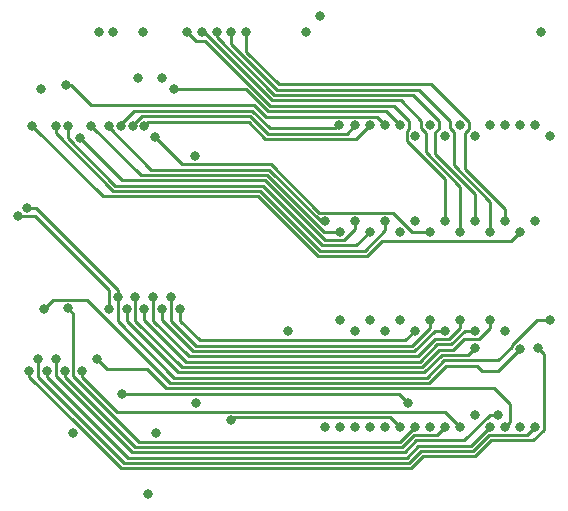
<source format=gbr>
%TF.GenerationSoftware,KiCad,Pcbnew,8.0.7*%
%TF.CreationDate,2025-01-02T16:49:33-06:00*%
%TF.ProjectId,z88-flash-mod,7a38382d-666c-4617-9368-2d6d6f642e6b,rev?*%
%TF.SameCoordinates,Original*%
%TF.FileFunction,Copper,L2,Inr*%
%TF.FilePolarity,Positive*%
%FSLAX46Y46*%
G04 Gerber Fmt 4.6, Leading zero omitted, Abs format (unit mm)*
G04 Created by KiCad (PCBNEW 8.0.7) date 2025-01-02 16:49:33*
%MOMM*%
%LPD*%
G01*
G04 APERTURE LIST*
%TA.AperFunction,ViaPad*%
%ADD10C,0.800000*%
%TD*%
%TA.AperFunction,Conductor*%
%ADD11C,0.250000*%
%TD*%
G04 APERTURE END LIST*
D10*
%TO.N,GND*%
X123190000Y-106934000D03*
X141351000Y-98298000D03*
X133477000Y-83502000D03*
X120469000Y-77824000D03*
X129540000Y-112141000D03*
X130175000Y-106971000D03*
X144094000Y-71699000D03*
%TO.N,/D2*%
X145669000Y-80899000D03*
X127219000Y-80949000D03*
X145796000Y-97409000D03*
%TO.N,/D1*%
X147066000Y-98298000D03*
X128219000Y-80949000D03*
X147066000Y-80899000D03*
%TO.N,/A14*%
X161036000Y-80899000D03*
X161036000Y-99822000D03*
X142875000Y-73025000D03*
X120719000Y-96449000D03*
%TO.N,/D0*%
X148344000Y-80899000D03*
X129219000Y-80949000D03*
X148336000Y-97409000D03*
%TO.N,/A13*%
X158496000Y-89916000D03*
X158496000Y-106426000D03*
X136594000Y-73025000D03*
X120969000Y-101699000D03*
%TO.N,/A0*%
X149606000Y-80899000D03*
X149606000Y-98298000D03*
X122555000Y-77470000D03*
%TO.N,/A8*%
X157226000Y-89027000D03*
X135344000Y-73025000D03*
X157226000Y-99748000D03*
X157226000Y-105410000D03*
X127719003Y-96449000D03*
%TO.N,/A1*%
X150876000Y-80899000D03*
X131719000Y-77824000D03*
X150876000Y-97409000D03*
%TO.N,/A9*%
X123969000Y-101699000D03*
X155956000Y-89916000D03*
X155956000Y-106426000D03*
X134094000Y-73025000D03*
%TO.N,/A2*%
X152146000Y-98298000D03*
X152146000Y-81824000D03*
X132219000Y-96449000D03*
%TO.N,/A11*%
X132844000Y-73025000D03*
X122469000Y-101699000D03*
X154686000Y-89027000D03*
X154686000Y-106426000D03*
%TO.N,/A3*%
X153416000Y-80899000D03*
X153416000Y-97409000D03*
X131469000Y-95449000D03*
%TO.N,/A4*%
X130719000Y-96449000D03*
X154686000Y-98298000D03*
X154686000Y-81824000D03*
%TO.N,/A10*%
X152146000Y-106426000D03*
X152146000Y-89027000D03*
X122719000Y-96424000D03*
X129094000Y-73025000D03*
%TO.N,/A5*%
X155956000Y-80899000D03*
X129969000Y-95449000D03*
X155956000Y-97409000D03*
%TO.N,/A6*%
X157226000Y-98298000D03*
X157226000Y-81788000D03*
X129219000Y-96449000D03*
%TO.N,/D7*%
X126594000Y-73025000D03*
X149606000Y-106426000D03*
X121719000Y-80949000D03*
X149606000Y-89027000D03*
%TO.N,/A7*%
X128469000Y-95449000D03*
X158496000Y-80899000D03*
X158496000Y-97409000D03*
%TO.N,/D6*%
X148336000Y-89916000D03*
X122719000Y-80949000D03*
X125344000Y-73025000D03*
X148336000Y-106426000D03*
%TO.N,/A12*%
X159126000Y-105410000D03*
X159766000Y-98298000D03*
X159766000Y-80899000D03*
X121719000Y-100699000D03*
%TO.N,/D5*%
X147066000Y-106426000D03*
X123744305Y-81974305D03*
X147066000Y-89027000D03*
%TO.N,/A15*%
X120219000Y-100699000D03*
X162306000Y-89027000D03*
X162814000Y-73025000D03*
X162306000Y-106426000D03*
%TO.N,/D4*%
X145796000Y-106426000D03*
X124744305Y-80974305D03*
X145796000Y-89916000D03*
%TO.N,/A16*%
X119469000Y-101699000D03*
X162306000Y-80899000D03*
X162523000Y-99785000D03*
%TO.N,/D3*%
X144526000Y-89027000D03*
X126219000Y-80949000D03*
X144526000Y-106426000D03*
%TO.N,/WEL*%
X159766000Y-106426000D03*
X125222000Y-100711000D03*
X159766000Y-89027000D03*
X137844000Y-73025000D03*
%TO.N,/ROE*%
X130094000Y-81949000D03*
X153416000Y-89916000D03*
X153416000Y-106426000D03*
%TO.N,/A17*%
X161036000Y-89916000D03*
X119719000Y-80949000D03*
X161036000Y-106426000D03*
%TO.N,/A19*%
X118545892Y-88591108D03*
X126219000Y-96449000D03*
%TO.N,/A18*%
X163576000Y-81788000D03*
X126969006Y-95449000D03*
X163576000Y-97409000D03*
X119253000Y-87884000D03*
%TO.N,/~{SE1}*%
X130719000Y-76926000D03*
X128719000Y-76949000D03*
X133604000Y-104424000D03*
%TO.N,Net-(JP1-A)*%
X136594000Y-105881000D03*
X150876000Y-106426000D03*
%TO.N,Net-(U3-CE#)*%
X127344000Y-103699000D03*
X151511000Y-104394000D03*
X150876000Y-89916000D03*
%TD*%
D11*
%TO.N,/D2*%
X127219000Y-80824000D02*
X128356000Y-79687000D01*
X145394000Y-81174000D02*
X145669000Y-80899000D01*
X127219000Y-80949000D02*
X127219000Y-80824000D01*
X139848000Y-81174000D02*
X145394000Y-81174000D01*
X138361000Y-79687000D02*
X139848000Y-81174000D01*
X128356000Y-79687000D02*
X138361000Y-79687000D01*
%TO.N,/D1*%
X139661604Y-81624000D02*
X146341000Y-81624000D01*
X138174604Y-80137000D02*
X139661604Y-81624000D01*
X146341000Y-81624000D02*
X147066000Y-80899000D01*
X128219000Y-80923695D02*
X129005695Y-80137000D01*
X128219000Y-80949000D02*
X128219000Y-80923695D01*
X129005695Y-80137000D02*
X138174604Y-80137000D01*
%TO.N,/A14*%
X120719000Y-96449000D02*
X121469000Y-95699000D01*
X159131000Y-101727000D02*
X161036000Y-99822000D01*
X154765980Y-101273000D02*
X157362701Y-101273000D01*
X124344000Y-95699000D02*
X131377000Y-102732000D01*
X157816701Y-101727000D02*
X159131000Y-101727000D01*
X121469000Y-95699000D02*
X124344000Y-95699000D01*
X153306980Y-102732000D02*
X154765980Y-101273000D01*
X157362701Y-101273000D02*
X157816701Y-101727000D01*
X131377000Y-102732000D02*
X153306980Y-102732000D01*
%TO.N,/D0*%
X129523000Y-80645000D02*
X129219000Y-80949000D01*
X147169000Y-82074000D02*
X139475208Y-82074000D01*
X148344000Y-80899000D02*
X147169000Y-82074000D01*
X139475208Y-82074000D02*
X138046208Y-80645000D01*
X138046208Y-80645000D02*
X129523000Y-80645000D01*
%TO.N,/A13*%
X136594000Y-74074000D02*
X140419000Y-77899000D01*
X120969000Y-102199000D02*
X127816000Y-109046000D01*
X152448000Y-77899000D02*
X155067000Y-80518000D01*
X155411000Y-81523695D02*
X155411000Y-84286812D01*
X155067000Y-80518000D02*
X155067000Y-81179695D01*
X120969000Y-101699000D02*
X120969000Y-102199000D01*
X136594000Y-73025000D02*
X136594000Y-74074000D01*
X156871000Y-108051000D02*
X158496000Y-106426000D01*
X155067000Y-81179695D02*
X155411000Y-81523695D01*
X155411000Y-84286812D02*
X158496000Y-87371812D01*
X127816000Y-109046000D02*
X151435188Y-109046000D01*
X158496000Y-87371812D02*
X158496000Y-89916000D01*
X152430188Y-108051000D02*
X156871000Y-108051000D01*
X151435188Y-109046000D02*
X152430188Y-108051000D01*
X140419000Y-77899000D02*
X152448000Y-77899000D01*
%TO.N,/A0*%
X148881000Y-80174000D02*
X149606000Y-80899000D01*
X138537020Y-79199000D02*
X139512020Y-80174000D01*
X122555000Y-77470000D02*
X122990000Y-77470000D01*
X139512020Y-80174000D02*
X148881000Y-80174000D01*
X122990000Y-77470000D02*
X124719000Y-79199000D01*
X124719000Y-79199000D02*
X138537020Y-79199000D01*
%TO.N,/A8*%
X152934188Y-101832000D02*
X154393188Y-100373000D01*
X132058000Y-101832000D02*
X152934188Y-101832000D01*
X154178000Y-81166348D02*
X153797000Y-81547348D01*
X127719003Y-96449000D02*
X127719003Y-97493003D01*
X152009000Y-78349000D02*
X154178000Y-80518000D01*
X153797000Y-83309208D02*
X157226000Y-86738208D01*
X156601000Y-100373000D02*
X157226000Y-99748000D01*
X154178000Y-80518000D02*
X154178000Y-81166348D01*
X127719003Y-97493003D02*
X132058000Y-101832000D01*
X140232604Y-78349000D02*
X152009000Y-78349000D01*
X157226000Y-86738208D02*
X157226000Y-89027000D01*
X135344000Y-73025000D02*
X135344000Y-73460396D01*
X154393188Y-100373000D02*
X156601000Y-100373000D01*
X153797000Y-81547348D02*
X153797000Y-83309208D01*
X135344000Y-73460396D02*
X140232604Y-78349000D01*
%TO.N,/A1*%
X131719000Y-77824000D02*
X137798416Y-77824000D01*
X149676000Y-79699000D02*
X150876000Y-80899000D01*
X139673416Y-79699000D02*
X149676000Y-79699000D01*
X137798416Y-77824000D02*
X139673416Y-79699000D01*
%TO.N,/A9*%
X126937396Y-105156000D02*
X154686000Y-105156000D01*
X123969000Y-101699000D02*
X123969000Y-102187604D01*
X134272208Y-73025000D02*
X140046208Y-78799000D01*
X153035000Y-83183604D02*
X155956000Y-86104604D01*
X134094000Y-73025000D02*
X134272208Y-73025000D01*
X150935000Y-78799000D02*
X152654000Y-80518000D01*
X123969000Y-102187604D02*
X126937396Y-105156000D01*
X155956000Y-86104604D02*
X155956000Y-89916000D01*
X152654000Y-81162305D02*
X153035000Y-81543305D01*
X140046208Y-78799000D02*
X150935000Y-78799000D01*
X154686000Y-105156000D02*
X155956000Y-106426000D01*
X153035000Y-81543305D02*
X153035000Y-83183604D01*
X152654000Y-80518000D02*
X152654000Y-81162305D01*
%TO.N,/A2*%
X132219000Y-97449000D02*
X133902000Y-99132000D01*
X132219000Y-96699000D02*
X132219000Y-97449000D01*
X151312000Y-99132000D02*
X152146000Y-98298000D01*
X133902000Y-99132000D02*
X151312000Y-99132000D01*
%TO.N,/A11*%
X134360812Y-73750000D02*
X139859812Y-79249000D01*
X128416000Y-108146000D02*
X122469000Y-102199000D01*
X151062396Y-108146000D02*
X128416000Y-108146000D01*
X132844000Y-73025000D02*
X133569000Y-73750000D01*
X122469000Y-102199000D02*
X122469000Y-101699000D01*
X154686000Y-106426000D02*
X153961000Y-107151000D01*
X151601000Y-81199305D02*
X151421000Y-81379305D01*
X151421000Y-82206000D02*
X154686000Y-85471000D01*
X153961000Y-107151000D02*
X152057396Y-107151000D01*
X139859812Y-79249000D02*
X150332000Y-79249000D01*
X150332000Y-79249000D02*
X151601000Y-80518000D01*
X151601000Y-80518000D02*
X151601000Y-81199305D01*
X151421000Y-81379305D02*
X151421000Y-82206000D01*
X154686000Y-85471000D02*
X154686000Y-89027000D01*
X152057396Y-107151000D02*
X151062396Y-108146000D01*
X133569000Y-73750000D02*
X134360812Y-73750000D01*
%TO.N,/A3*%
X131469000Y-95699000D02*
X131469000Y-97449000D01*
X131469000Y-97449000D02*
X133602000Y-99582000D01*
X151887305Y-99582000D02*
X153416000Y-98053305D01*
X133602000Y-99582000D02*
X151887305Y-99582000D01*
X153416000Y-98053305D02*
X153416000Y-97409000D01*
%TO.N,/A4*%
X152073701Y-100032000D02*
X153807701Y-98298000D01*
X130719000Y-96699000D02*
X130719000Y-97390851D01*
X133360149Y-100032000D02*
X152073701Y-100032000D01*
X130719000Y-97390851D02*
X133360149Y-100032000D01*
X153807701Y-98298000D02*
X154686000Y-98298000D01*
%TO.N,/A10*%
X123194000Y-96899000D02*
X123194000Y-102142750D01*
X128747250Y-107696000D02*
X150876000Y-107696000D01*
X123194000Y-102142750D02*
X128747250Y-107696000D01*
X122719000Y-96424000D02*
X123194000Y-96899000D01*
X150876000Y-107696000D02*
X152146000Y-106426000D01*
%TO.N,/A5*%
X153834000Y-99023000D02*
X154986305Y-99023000D01*
X132981903Y-100482000D02*
X152375000Y-100482000D01*
X154986305Y-99023000D02*
X155956000Y-98053305D01*
X129969000Y-97469097D02*
X132981903Y-100482000D01*
X152375000Y-100482000D02*
X153834000Y-99023000D01*
X129969000Y-95699000D02*
X129969000Y-97469097D01*
X155956000Y-98053305D02*
X155956000Y-97409000D01*
%TO.N,/A6*%
X132748754Y-100932000D02*
X152561396Y-100932000D01*
X156347701Y-98298000D02*
X157226000Y-98298000D01*
X155172701Y-99473000D02*
X156347701Y-98298000D01*
X152561396Y-100932000D02*
X154020396Y-99473000D01*
X129219000Y-96699000D02*
X129219000Y-97402246D01*
X129219000Y-97402246D02*
X132748754Y-100932000D01*
X154020396Y-99473000D02*
X155172701Y-99473000D01*
%TO.N,/D7*%
X144105507Y-91541000D02*
X139041507Y-86477000D01*
X139041507Y-86477000D02*
X126585299Y-86477000D01*
X121719000Y-81610701D02*
X121719000Y-80949000D01*
X149606000Y-89812000D02*
X147877000Y-91541000D01*
X149606000Y-89027000D02*
X149606000Y-89812000D01*
X147877000Y-91541000D02*
X144105507Y-91541000D01*
X126585299Y-86477000D02*
X121719000Y-81610701D01*
%TO.N,/A7*%
X152747792Y-101382000D02*
X154206792Y-99923000D01*
X158496000Y-98053305D02*
X158496000Y-97409000D01*
X155359097Y-99923000D02*
X156259097Y-99023000D01*
X156259097Y-99023000D02*
X157526305Y-99023000D01*
X154206792Y-99923000D02*
X155359097Y-99923000D01*
X157526305Y-99023000D02*
X158496000Y-98053305D01*
X128469000Y-97481000D02*
X132370000Y-101382000D01*
X128469000Y-95449000D02*
X128469000Y-97481000D01*
X132370000Y-101382000D02*
X152747792Y-101382000D01*
%TO.N,/D6*%
X147161000Y-91091000D02*
X144291903Y-91091000D01*
X126771695Y-86027000D02*
X122719000Y-81974305D01*
X122719000Y-81974305D02*
X122719000Y-80949000D01*
X144291903Y-91091000D02*
X139227903Y-86027000D01*
X148336000Y-89916000D02*
X147161000Y-91091000D01*
X139227903Y-86027000D02*
X126771695Y-86027000D01*
%TO.N,/A12*%
X152243792Y-107601000D02*
X151248792Y-108596000D01*
X156295695Y-107601000D02*
X152243792Y-107601000D01*
X158486695Y-105410000D02*
X156295695Y-107601000D01*
X121719000Y-102149152D02*
X121719000Y-100699000D01*
X151248792Y-108596000D02*
X128165848Y-108596000D01*
X128165848Y-108596000D02*
X121719000Y-102149152D01*
X159126000Y-105410000D02*
X158486695Y-105410000D01*
%TO.N,/D5*%
X146096305Y-90641000D02*
X147066000Y-89671305D01*
X139414299Y-85577000D02*
X144478299Y-90641000D01*
X127347000Y-85577000D02*
X139414299Y-85577000D01*
X123744305Y-81974305D02*
X127347000Y-85577000D01*
X144478299Y-90641000D02*
X146096305Y-90641000D01*
X147066000Y-89671305D02*
X147066000Y-89027000D01*
%TO.N,/A15*%
X120219000Y-102199000D02*
X127516000Y-109496000D01*
X127516000Y-109496000D02*
X151621584Y-109496000D01*
X158407396Y-107151000D02*
X161581000Y-107151000D01*
X157057396Y-108501000D02*
X158407396Y-107151000D01*
X151621584Y-109496000D02*
X152616584Y-108501000D01*
X161581000Y-107151000D02*
X162306000Y-106426000D01*
X152616584Y-108501000D02*
X157057396Y-108501000D01*
X120219000Y-100699000D02*
X120219000Y-102199000D01*
%TO.N,/D4*%
X144389695Y-89916000D02*
X139600695Y-85127000D01*
X139600695Y-85127000D02*
X128897000Y-85127000D01*
X128897000Y-85127000D02*
X124744305Y-80974305D01*
X145796000Y-89916000D02*
X144389695Y-89916000D01*
%TO.N,/A16*%
X163031000Y-106726305D02*
X163031000Y-100293000D01*
X119469000Y-101699000D02*
X119469000Y-102199000D01*
X152802980Y-108951000D02*
X157243792Y-108951000D01*
X119469000Y-102199000D02*
X123479000Y-106209000D01*
X123479000Y-106209000D02*
X123490305Y-106209000D01*
X163031000Y-100293000D02*
X162523000Y-99785000D01*
X162156305Y-107601000D02*
X163031000Y-106726305D01*
X123490305Y-106209000D02*
X123915000Y-106633695D01*
X123915000Y-106633695D02*
X123915000Y-106645000D01*
X151807980Y-109946000D02*
X152802980Y-108951000D01*
X158593792Y-107601000D02*
X162156305Y-107601000D01*
X123915000Y-106645000D02*
X127216000Y-109946000D01*
X157243792Y-108951000D02*
X158593792Y-107601000D01*
X127216000Y-109946000D02*
X151807980Y-109946000D01*
%TO.N,/D3*%
X129822000Y-84677000D02*
X126219000Y-81074000D01*
X144526000Y-89027000D02*
X144137091Y-89027000D01*
X126219000Y-81074000D02*
X126219000Y-80949000D01*
X144137091Y-89027000D02*
X139787091Y-84677000D01*
X139787091Y-84677000D02*
X129822000Y-84677000D01*
%TO.N,/WEL*%
X126082429Y-101571429D02*
X129466429Y-101571429D01*
X160147000Y-106045000D02*
X159766000Y-106426000D01*
X156681000Y-80598695D02*
X156681000Y-81199305D01*
X140605396Y-77449000D02*
X153531305Y-77449000D01*
X156337000Y-81543305D02*
X156337000Y-84576416D01*
X137844000Y-73025000D02*
X137844000Y-74687604D01*
X160147000Y-104521000D02*
X160147000Y-106045000D01*
X158808000Y-103182000D02*
X160147000Y-104521000D01*
X159766000Y-88005416D02*
X159766000Y-89027000D01*
X156337000Y-84576416D02*
X159766000Y-88005416D01*
X137844000Y-74687604D02*
X140605396Y-77449000D01*
X156681000Y-81199305D02*
X156337000Y-81543305D01*
X153531305Y-77449000D02*
X156681000Y-80598695D01*
X131077000Y-103182000D02*
X158808000Y-103182000D01*
X125222000Y-100711000D02*
X126082429Y-101571429D01*
X129466429Y-101571429D02*
X131077000Y-103182000D01*
%TO.N,/ROE*%
X132372000Y-84227000D02*
X139973487Y-84227000D01*
X130094000Y-81949000D02*
X132372000Y-84227000D01*
X150287305Y-88302000D02*
X151901305Y-89916000D01*
X139973487Y-84227000D02*
X144048487Y-88302000D01*
X144048487Y-88302000D02*
X150287305Y-88302000D01*
X151901305Y-89916000D02*
X153416000Y-89916000D01*
%TO.N,/A17*%
X149376396Y-90678000D02*
X148063396Y-91991000D01*
X161036000Y-89916000D02*
X160274000Y-90678000D01*
X148063396Y-91991000D02*
X143919111Y-91991000D01*
X160274000Y-90678000D02*
X149376396Y-90678000D01*
X143919111Y-91991000D02*
X138855111Y-86927000D01*
X138855111Y-86927000D02*
X125697000Y-86927000D01*
X125697000Y-86927000D02*
X119719000Y-80949000D01*
%TO.N,/A19*%
X126219000Y-96449000D02*
X126219000Y-94824000D01*
X126219000Y-94824000D02*
X120004000Y-88609000D01*
X118563784Y-88609000D02*
X118545892Y-88591108D01*
X120004000Y-88609000D02*
X118563784Y-88609000D01*
%TO.N,/A18*%
X160311000Y-99521695D02*
X162423695Y-97409000D01*
X126969006Y-97511506D02*
X131739500Y-102282000D01*
X131739500Y-102282000D02*
X153120584Y-102282000D01*
X159146000Y-100823000D02*
X160311000Y-99658000D01*
X162423695Y-97409000D02*
X163576000Y-97409000D01*
X126969006Y-95449000D02*
X126969006Y-97511506D01*
X126969006Y-95449000D02*
X126969006Y-94824006D01*
X153120584Y-102282000D02*
X154579584Y-100823000D01*
X160311000Y-99658000D02*
X160311000Y-99521695D01*
X126969006Y-94824006D02*
X120029000Y-87884000D01*
X120029000Y-87884000D02*
X119253000Y-87884000D01*
X154579584Y-100823000D02*
X159146000Y-100823000D01*
%TO.N,Net-(JP1-A)*%
X136869000Y-105606000D02*
X150056000Y-105606000D01*
X150056000Y-105606000D02*
X150876000Y-106426000D01*
X136594000Y-105881000D02*
X136869000Y-105606000D01*
%TO.N,Net-(U3-CE#)*%
X151511000Y-104394000D02*
X150816000Y-103699000D01*
X150816000Y-103699000D02*
X127344000Y-103699000D01*
%TD*%
M02*

</source>
